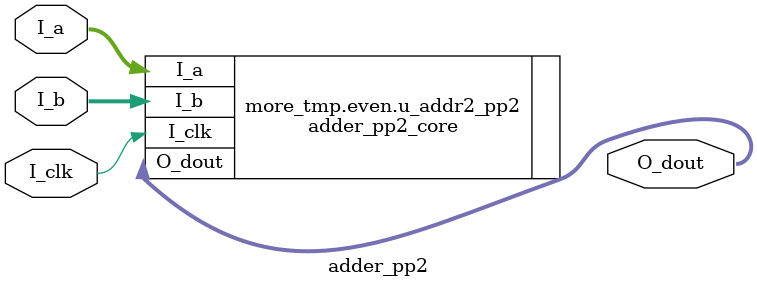
<source format=v>
`timescale 1 ns / 100 ps
module adder_pp2 #(
parameter   
    C_IN1       = 12        ,
    C_IN2       = 12        ,
    C_OUT       = 13        
)(
input                               I_clk        ,
input       [             C_IN1-1:0]I_a          ,
input       [             C_IN2-1:0]I_b          ,
output      [             C_OUT-1:0]O_dout          
);

////////////////////////////////////////////////////////////////////////////////////////////////////
// calculate parameter width 
////////////////////////////////////////////////////////////////////////////////////////////////////

generate
    if(C_IN1 < C_IN2 )begin:less_tmp
        if(C_IN2 > 2*(C_IN2 /2) )begin:odd_to_even
            adder_pp2_core #(
                .C_IN1     (C_IN1   ),
                .C_IN2     (C_IN2   ),
                .C_IN      (C_IN2+1 ),
                .C_OUT     (C_OUT   ))
            u_addr2_pp2(
                .I_clk     (I_clk   ),
                .I_a       (I_a     ),
                .I_b       (I_b     ),
                .O_dout    (O_dout  )   
            );
        end
        else begin:even
            adder_pp2_core #(
                .C_IN1     (C_IN1   ),
                .C_IN2     (C_IN2   ),
                .C_IN      (C_IN2   ),
                .C_OUT     (C_OUT   ))
            u_addr2_pp2(
                .I_clk     (I_clk   ),
                .I_a       (I_a     ),
                .I_b       (I_b     ),
                .O_dout    (O_dout  )   
            );
        end
    end
    else begin:more_tmp
        if(C_IN1 > 2*(C_IN1 / 2) )begin:odd_to_even
            adder_pp2_core #(
                .C_IN1     (C_IN1   ),
                .C_IN2     (C_IN2   ),
                .C_IN      (C_IN1+1 ),
                .C_OUT     (C_OUT   ))
            u_addr2_pp2(
                .I_clk     (I_clk   ),
                .I_a       (I_a     ),
                .I_b       (I_b     ),
                .O_dout    (O_dout  )   
            );
        end
        else begin:even
            adder_pp2_core #(
                .C_IN1     (C_IN1   ),
                .C_IN2     (C_IN2   ),
                .C_IN      (C_IN1   ),
                .C_OUT     (C_OUT   ))
            u_addr2_pp2(
                .I_clk     (I_clk   ),
                .I_a       (I_a     ),
                .I_b       (I_b     ),
                .O_dout    (O_dout  )   
            );
        end
    end
endgenerate

endmodule


</source>
